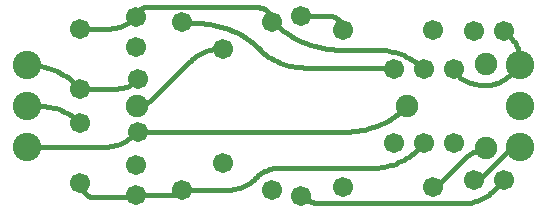
<source format=gbl>
G75*
G70*
%OFA0B0*%
%FSLAX24Y24*%
%IPPOS*%
%LPD*%
%AMOC8*
5,1,8,0,0,1.08239X$1,22.5*
%
%ADD10C,0.0670*%
%ADD11C,0.0750*%
%ADD12C,0.0950*%
%ADD13C,0.0160*%
%ADD14C,0.0060*%
D10*
X003565Y000970D03*
X005415Y000584D03*
X006966Y000730D03*
X005415Y001584D03*
X008301Y001654D03*
X009966Y000730D03*
X010927Y000545D03*
X012320Y000848D03*
X015320Y000848D03*
X016687Y001084D03*
X017687Y001084D03*
X016002Y002293D03*
X015002Y002293D03*
X014002Y002293D03*
X014002Y004773D03*
X015002Y004773D03*
X016002Y004773D03*
X016687Y006045D03*
X017687Y006045D03*
X015320Y006065D03*
X012320Y006065D03*
X010927Y006545D03*
X009966Y006340D03*
X008301Y005456D03*
X006966Y006340D03*
X005415Y006506D03*
X003565Y006120D03*
X005415Y005506D03*
X005482Y004429D03*
X003565Y004120D03*
X003565Y002970D03*
X005482Y002680D03*
D11*
X005462Y003545D03*
X014462Y003545D03*
X017069Y002135D03*
X017069Y004954D03*
D12*
X018210Y004923D03*
X018210Y003545D03*
X018210Y002167D03*
X001793Y002167D03*
X001793Y003545D03*
X001793Y004923D03*
D13*
X003446Y004238D02*
X003565Y004120D01*
X004734Y004120D01*
X005482Y002680D02*
X005423Y002624D01*
X005362Y002571D01*
X005299Y002521D01*
X005233Y002474D01*
X005165Y002429D01*
X005096Y002388D01*
X005024Y002351D01*
X004951Y002316D01*
X004876Y002285D01*
X004800Y002258D01*
X004722Y002234D01*
X004644Y002214D01*
X004565Y002197D01*
X004485Y002184D01*
X004405Y002174D01*
X004324Y002169D01*
X004243Y002167D01*
X001793Y002167D01*
X003446Y004238D02*
X003363Y004317D01*
X003276Y004392D01*
X003186Y004463D01*
X003092Y004529D01*
X002995Y004590D01*
X002895Y004647D01*
X002793Y004699D01*
X002688Y004745D01*
X002581Y004786D01*
X002472Y004822D01*
X002361Y004853D01*
X002249Y004878D01*
X002136Y004898D01*
X002022Y004912D01*
X001908Y004920D01*
X001793Y004923D01*
X004734Y004119D02*
X004798Y004121D01*
X004862Y004127D01*
X004925Y004136D01*
X004987Y004150D01*
X005049Y004167D01*
X005109Y004188D01*
X005168Y004212D01*
X005226Y004240D01*
X005281Y004272D01*
X005335Y004306D01*
X005386Y004344D01*
X005436Y004385D01*
X005482Y004429D01*
X005903Y003726D02*
X005867Y003693D01*
X005828Y003663D01*
X005788Y003636D01*
X005745Y003612D01*
X005700Y003591D01*
X005655Y003574D01*
X005607Y003561D01*
X005559Y003552D01*
X005511Y003546D01*
X005462Y003544D01*
X005902Y003727D02*
X007178Y005003D01*
X008292Y005464D02*
X008301Y005456D01*
X007472Y006301D02*
X006990Y006301D01*
X005752Y006833D02*
X005718Y006831D01*
X005684Y006826D01*
X005651Y006817D01*
X005619Y006805D01*
X005589Y006789D01*
X005560Y006771D01*
X005533Y006749D01*
X005509Y006725D01*
X005487Y006698D01*
X005469Y006670D01*
X005453Y006639D01*
X005441Y006607D01*
X005432Y006574D01*
X005427Y006540D01*
X005425Y006506D01*
X005415Y006506D01*
X005752Y006832D02*
X009474Y006832D01*
X009517Y006830D01*
X009559Y006825D01*
X009601Y006815D01*
X009642Y006802D01*
X009682Y006786D01*
X009720Y006766D01*
X009756Y006743D01*
X009790Y006717D01*
X009822Y006688D01*
X009851Y006656D01*
X009877Y006622D01*
X009900Y006586D01*
X009920Y006548D01*
X009936Y006508D01*
X009949Y006467D01*
X009959Y006425D01*
X009964Y006383D01*
X009966Y006340D01*
X010002Y006340D01*
X010927Y006545D02*
X011840Y006545D01*
X011036Y004825D02*
X010930Y004828D01*
X010824Y004835D01*
X010718Y004848D01*
X010614Y004867D01*
X010510Y004890D01*
X010408Y004918D01*
X010307Y004952D01*
X010207Y004990D01*
X010110Y005033D01*
X010015Y005081D01*
X009923Y005133D01*
X009833Y005190D01*
X009746Y005251D01*
X009663Y005316D01*
X009582Y005386D01*
X009505Y005459D01*
X011036Y004824D02*
X013878Y004824D01*
X013878Y004825D02*
X013901Y004824D01*
X013923Y004819D01*
X013945Y004812D01*
X013966Y004802D01*
X013985Y004789D01*
X014002Y004774D01*
X013452Y005415D02*
X012235Y005415D01*
X012374Y002680D02*
X012510Y002683D01*
X012646Y002693D01*
X012782Y002708D01*
X012917Y002730D01*
X013050Y002758D01*
X013182Y002793D01*
X013312Y002833D01*
X013441Y002879D01*
X013567Y002932D01*
X013690Y002990D01*
X013811Y003053D01*
X013929Y003122D01*
X014043Y003197D01*
X014154Y003276D01*
X014261Y003361D01*
X014363Y003451D01*
X014462Y003545D01*
X015001Y004773D02*
X014928Y004843D01*
X014852Y004910D01*
X014772Y004972D01*
X014690Y005032D01*
X014605Y005087D01*
X014518Y005138D01*
X014429Y005185D01*
X014337Y005228D01*
X014243Y005267D01*
X014148Y005301D01*
X014052Y005331D01*
X013954Y005357D01*
X013855Y005378D01*
X013755Y005394D01*
X013654Y005406D01*
X013553Y005413D01*
X013452Y005415D01*
X012320Y006065D02*
X012318Y006107D01*
X012313Y006148D01*
X012304Y006189D01*
X012291Y006229D01*
X012275Y006268D01*
X012256Y006305D01*
X012233Y006340D01*
X012208Y006374D01*
X012179Y006404D01*
X012149Y006433D01*
X012115Y006458D01*
X012080Y006481D01*
X012043Y006500D01*
X012004Y006516D01*
X011964Y006529D01*
X011923Y006538D01*
X011882Y006543D01*
X011840Y006545D01*
X012235Y005415D02*
X012089Y005418D01*
X011944Y005428D01*
X011799Y005445D01*
X011655Y005469D01*
X011512Y005499D01*
X011370Y005536D01*
X011231Y005579D01*
X011094Y005628D01*
X010959Y005684D01*
X010827Y005746D01*
X010698Y005814D01*
X010572Y005888D01*
X010450Y005968D01*
X010331Y006053D01*
X010217Y006144D01*
X010107Y006239D01*
X010001Y006340D01*
X004483Y006120D02*
X003565Y006120D01*
X004483Y006120D02*
X004552Y006122D01*
X004621Y006127D01*
X004689Y006136D01*
X004757Y006149D01*
X004824Y006165D01*
X004890Y006184D01*
X004955Y006207D01*
X005019Y006234D01*
X005081Y006264D01*
X005142Y006296D01*
X005200Y006332D01*
X005257Y006372D01*
X005312Y006413D01*
X005364Y006458D01*
X005414Y006506D01*
X007178Y005002D02*
X007234Y005056D01*
X007292Y005106D01*
X007353Y005154D01*
X007416Y005198D01*
X007482Y005240D01*
X007549Y005278D01*
X007618Y005313D01*
X007689Y005344D01*
X007761Y005372D01*
X007835Y005396D01*
X007909Y005417D01*
X007985Y005434D01*
X008061Y005447D01*
X008138Y005456D01*
X008215Y005462D01*
X008292Y005464D01*
X013291Y001478D02*
X013391Y001480D01*
X013490Y001487D01*
X013590Y001499D01*
X013688Y001515D01*
X013786Y001535D01*
X013882Y001560D01*
X013978Y001590D01*
X014072Y001624D01*
X014164Y001662D01*
X014254Y001705D01*
X014343Y001751D01*
X014429Y001802D01*
X014512Y001856D01*
X014593Y001914D01*
X014672Y001976D01*
X014747Y002042D01*
X014819Y002111D01*
X014820Y002111D02*
X015002Y002293D01*
X016279Y000296D02*
X016353Y000298D01*
X016426Y000303D01*
X016499Y000312D01*
X016571Y000325D01*
X016643Y000341D01*
X016714Y000361D01*
X016784Y000384D01*
X016852Y000410D01*
X016919Y000440D01*
X016985Y000473D01*
X017049Y000509D01*
X017111Y000548D01*
X017171Y000591D01*
X017229Y000636D01*
X017285Y000684D01*
X017338Y000735D01*
X017687Y001084D01*
X017002Y002069D02*
X016944Y002067D01*
X016887Y002061D01*
X016830Y002052D01*
X016773Y002039D01*
X016718Y002022D01*
X016664Y002002D01*
X016611Y001978D01*
X016560Y001951D01*
X016511Y001920D01*
X016464Y001886D01*
X016419Y001850D01*
X016377Y001810D01*
X015482Y000915D01*
X015481Y000915D02*
X015462Y000898D01*
X015441Y000883D01*
X015419Y000871D01*
X015395Y000861D01*
X015371Y000854D01*
X015346Y000849D01*
X015320Y000848D01*
X016279Y000297D02*
X011526Y000297D01*
X010161Y001478D02*
X010100Y001476D01*
X010040Y001471D01*
X009980Y001462D01*
X009921Y001449D01*
X009862Y001433D01*
X009805Y001413D01*
X009749Y001390D01*
X009694Y001363D01*
X009642Y001333D01*
X009591Y001300D01*
X009542Y001264D01*
X009495Y001226D01*
X009451Y001184D01*
X010161Y001478D02*
X013291Y001478D01*
X011526Y000297D02*
X011471Y000299D01*
X011415Y000304D01*
X011361Y000313D01*
X011307Y000326D01*
X011254Y000342D01*
X011202Y000361D01*
X011151Y000384D01*
X011102Y000410D01*
X011055Y000440D01*
X011010Y000472D01*
X010968Y000507D01*
X010927Y000545D01*
X008356Y000730D02*
X006966Y000730D01*
X006964Y000707D01*
X006959Y000685D01*
X006950Y000664D01*
X006938Y000644D01*
X006923Y000627D01*
X006906Y000612D01*
X006886Y000600D01*
X006865Y000591D01*
X006843Y000586D01*
X006820Y000584D01*
X005415Y000584D01*
X005413Y000566D01*
X005408Y000549D01*
X005400Y000533D01*
X005388Y000520D01*
X005375Y000508D01*
X005359Y000500D01*
X005342Y000495D01*
X005324Y000493D01*
X005324Y000494D02*
X004041Y000494D01*
X004000Y000496D01*
X003958Y000501D01*
X003918Y000510D01*
X003878Y000523D01*
X003840Y000539D01*
X003803Y000558D01*
X003768Y000580D01*
X003735Y000605D01*
X003704Y000633D01*
X003676Y000664D01*
X003651Y000697D01*
X003629Y000732D01*
X003610Y000769D01*
X003594Y000807D01*
X003581Y000847D01*
X003572Y000887D01*
X003567Y000929D01*
X003565Y000970D01*
X003565Y002970D02*
X003495Y003036D01*
X003422Y003099D01*
X003346Y003159D01*
X003268Y003214D01*
X003186Y003266D01*
X003102Y003313D01*
X003016Y003357D01*
X002928Y003396D01*
X002838Y003430D01*
X002747Y003460D01*
X002654Y003486D01*
X002560Y003507D01*
X002465Y003524D01*
X002369Y003536D01*
X002273Y003543D01*
X002177Y003545D01*
X001793Y003545D01*
X005482Y002680D02*
X012374Y002680D01*
X009452Y001184D02*
X009397Y001132D01*
X009339Y001082D01*
X009279Y001035D01*
X009217Y000991D01*
X009153Y000951D01*
X009087Y000913D01*
X009019Y000879D01*
X008949Y000848D01*
X008878Y000821D01*
X008806Y000797D01*
X008733Y000776D01*
X008658Y000760D01*
X008583Y000747D01*
X008508Y000737D01*
X008432Y000732D01*
X008356Y000730D01*
X009505Y005458D02*
X009409Y005550D01*
X009309Y005637D01*
X009205Y005719D01*
X009097Y005797D01*
X008985Y005869D01*
X008871Y005937D01*
X008753Y005999D01*
X008633Y006055D01*
X008511Y006106D01*
X008386Y006151D01*
X008259Y006190D01*
X008130Y006224D01*
X008000Y006251D01*
X007869Y006272D01*
X007737Y006288D01*
X007605Y006297D01*
X007472Y006300D01*
X016002Y004773D02*
X016002Y004671D01*
X017057Y004234D02*
X017065Y004234D01*
X017844Y004556D02*
X018210Y004923D01*
X018210Y005112D01*
X018208Y005172D01*
X018203Y005231D01*
X018194Y005290D01*
X018181Y005348D01*
X018165Y005406D01*
X018146Y005462D01*
X018123Y005517D01*
X018097Y005571D01*
X018068Y005623D01*
X018035Y005673D01*
X018000Y005721D01*
X017962Y005767D01*
X017921Y005811D01*
X017687Y006045D01*
X017057Y004234D02*
X016984Y004236D01*
X016911Y004241D01*
X016838Y004250D01*
X016766Y004263D01*
X016694Y004279D01*
X016624Y004298D01*
X016554Y004321D01*
X016486Y004348D01*
X016419Y004377D01*
X016354Y004410D01*
X016290Y004446D01*
X016228Y004485D01*
X016168Y004528D01*
X016110Y004573D01*
X016055Y004621D01*
X016002Y004671D01*
X017065Y004234D02*
X017127Y004236D01*
X017188Y004241D01*
X017249Y004250D01*
X017310Y004262D01*
X017370Y004277D01*
X017428Y004296D01*
X017486Y004318D01*
X017542Y004343D01*
X017597Y004371D01*
X017650Y004403D01*
X017702Y004437D01*
X017751Y004474D01*
X017798Y004514D01*
X017843Y004556D01*
X018210Y002167D02*
X018200Y002157D01*
X017747Y001969D02*
X016986Y001208D01*
X016959Y001183D01*
X016930Y001160D01*
X016898Y001141D01*
X016866Y001124D01*
X016832Y001110D01*
X016796Y001098D01*
X016760Y001090D01*
X016724Y001086D01*
X016687Y001084D01*
X017746Y001970D02*
X017780Y002001D01*
X017815Y002030D01*
X017853Y002056D01*
X017892Y002079D01*
X017933Y002100D01*
X017976Y002118D01*
X018019Y002132D01*
X018064Y002143D01*
X018109Y002151D01*
X018154Y002156D01*
X018200Y002158D01*
X017069Y002135D02*
X017002Y002069D01*
D14*
X014002Y004773D02*
X013978Y004824D01*
X006990Y006301D02*
X006966Y006340D01*
M02*

</source>
